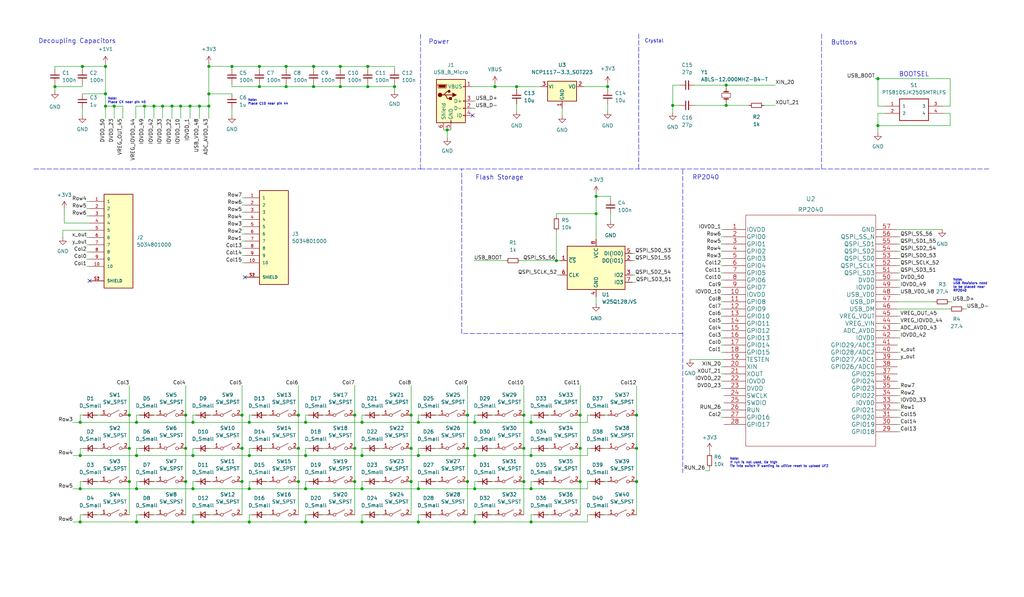
<source format=kicad_sch>
(kicad_sch (version 20211123) (generator eeschema)
  (paper "User" 359.994 210.007)
  (title_block (title "PSU EE 403-Calculator"))
  (junction (at 107.442 148.59))
  (junction (at 157.226 45.72))
  (junction (at 138.684 30.48))
  (junction (at 87.63 183.642))
  (junction (at 236.474 37.084))
  (junction (at 104.902 146.05))
  (junction (at 223.774 146.05))
  (junction (at 186.69 183.642))
  (junction (at 73.406 33.02))
  (junction (at 119.634 30.48))
  (junction (at 85.09 157.734))
  (junction (at 173.99 30.48))
  (junction (at 147.066 171.958))
  (junction (at 87.63 160.274))
  (junction (at 37.084 37.338))
  (junction (at 164.338 146.05))
  (junction (at 195.58 91.694))
  (junction (at 166.878 160.274))
  (junction (at 91.186 23.368))
  (junction (at 60.452 37.338))
  (junction (at 144.526 169.418))
  (junction (at 107.442 160.274))
  (junction (at 107.442 183.642))
  (junction (at 127.254 160.274))
  (junction (at 181.61 30.48))
  (junction (at 127.254 171.958))
  (junction (at 166.878 148.59))
  (junction (at 209.55 75.184))
  (junction (at 308.61 44.196))
  (junction (at 67.818 171.958))
  (junction (at 104.902 169.418))
  (junction (at 104.902 157.734))
  (junction (at 127.254 183.642))
  (junction (at 308.61 27.686))
  (junction (at 28.194 171.958))
  (junction (at 166.878 183.642))
  (junction (at 223.774 169.418))
  (junction (at 19.304 30.48))
  (junction (at 124.714 169.418))
  (junction (at 70.104 37.338))
  (junction (at 124.714 157.734))
  (junction (at 255.27 37.084))
  (junction (at 67.818 148.59))
  (junction (at 28.194 160.274))
  (junction (at 65.278 157.734))
  (junction (at 81.534 23.368))
  (junction (at 147.066 160.274))
  (junction (at 37.084 33.02))
  (junction (at 45.466 146.05))
  (junction (at 100.584 23.368))
  (junction (at 67.818 183.642))
  (junction (at 147.066 148.59))
  (junction (at 28.194 148.59))
  (junction (at 48.006 148.59))
  (junction (at 85.09 169.418))
  (junction (at 45.466 157.734))
  (junction (at 107.442 171.958))
  (junction (at 184.15 146.05))
  (junction (at 73.406 23.368))
  (junction (at 65.278 146.05))
  (junction (at 209.55 69.088))
  (junction (at 203.962 146.05))
  (junction (at 28.956 23.368))
  (junction (at 48.006 171.958))
  (junction (at 166.878 171.958))
  (junction (at 65.278 169.418))
  (junction (at 164.338 169.418))
  (junction (at 129.286 30.48))
  (junction (at 66.802 37.338))
  (junction (at 91.186 30.48))
  (junction (at 28.194 183.642))
  (junction (at 203.962 169.418))
  (junction (at 223.774 157.734))
  (junction (at 144.526 157.734))
  (junction (at 37.084 23.368))
  (junction (at 147.066 183.642))
  (junction (at 213.614 30.48))
  (junction (at 87.63 148.59))
  (junction (at 63.5 37.338))
  (junction (at 45.466 169.418))
  (junction (at 110.236 23.368))
  (junction (at 164.338 157.734))
  (junction (at 87.63 171.958))
  (junction (at 73.406 37.338))
  (junction (at 100.584 30.48))
  (junction (at 184.15 169.418))
  (junction (at 144.526 146.05))
  (junction (at 119.634 23.368))
  (junction (at 40.132 37.338))
  (junction (at 127.254 148.59))
  (junction (at 124.714 146.05))
  (junction (at 186.69 171.958))
  (junction (at 110.236 30.48))
  (junction (at 186.69 148.59))
  (junction (at 255.27 29.972))
  (junction (at 129.286 23.368))
  (junction (at 48.006 160.274))
  (junction (at 48.006 183.642))
  (junction (at 203.962 157.734))
  (junction (at 184.15 157.734))
  (junction (at 57.15 37.338))
  (junction (at 50.8 37.338))
  (junction (at 54.102 37.338))
  (junction (at 85.09 146.05))
  (junction (at 186.69 160.274))
  (junction (at 67.818 160.274))
  (no_connect (at 86.106 97.536))
  (no_connect (at 166.116 40.64))
  (no_connect (at 31.496 98.806))
  (wire (pts (xy 28.194 183.642) (xy 48.006 183.642)))
  (wire (pts (xy 28.956 29.464) (xy 28.956 30.48)))
  (wire (pts (xy 87.63 183.642) (xy 107.442 183.642)))
  (wire (pts (xy 338.836 108.712) (xy 339.852 108.712)))
  (wire (pts (xy 81.534 33.02) (xy 73.406 33.02)))
  (wire (pts (xy 147.066 171.958) (xy 166.878 171.958)))
  (wire (pts (xy 223.774 157.734) (xy 223.774 169.418)))
  (wire (pts (xy 93.726 146.05) (xy 94.742 146.05)))
  (wire (pts (xy 128.27 146.05) (xy 127.254 146.05)))
  (wire (pts (xy 40.132 37.338) (xy 37.084 37.338)))
  (wire (pts (xy 85.09 77.216) (xy 86.106 77.216)))
  (wire (pts (xy 73.914 157.734) (xy 74.93 157.734)))
  (wire (pts (xy 253.492 129.032) (xy 254.508 129.032)))
  (wire (pts (xy 307.594 27.686) (xy 308.61 27.686)))
  (wire (pts (xy 308.61 37.338) (xy 311.15 37.338)))
  (wire (pts (xy 63.5 37.338) (xy 63.5 41.656)))
  (wire (pts (xy 184.15 169.418) (xy 184.15 181.102)))
  (wire (pts (xy 203.962 181.102) (xy 203.962 169.418)))
  (wire (pts (xy 91.186 30.48) (xy 100.584 30.48)))
  (wire (pts (xy 315.468 141.732) (xy 316.484 141.732)))
  (wire (pts (xy 148.082 169.418) (xy 147.066 169.418)))
  (wire (pts (xy 124.714 146.05) (xy 124.714 157.734)))
  (wire (pts (xy 128.27 169.418) (xy 127.254 169.418)))
  (wire (pts (xy 197.612 38.1) (xy 197.612 40.64)))
  (wire (pts (xy 128.27 157.734) (xy 127.254 157.734)))
  (wire (pts (xy 85.09 92.456) (xy 86.106 92.456)))
  (wire (pts (xy 223.774 169.418) (xy 223.774 181.102)))
  (wire (pts (xy 54.102 157.734) (xy 55.118 157.734)))
  (wire (pts (xy 315.468 106.172) (xy 328.676 106.172)))
  (wire (pts (xy 209.55 69.088) (xy 214.63 69.088)))
  (wire (pts (xy 138.684 30.48) (xy 138.684 32.004)))
  (wire (pts (xy 315.468 136.652) (xy 316.484 136.652)))
  (wire (pts (xy 186.69 169.418) (xy 186.69 171.958)))
  (wire (pts (xy 223.774 146.05) (xy 223.774 157.734)))
  (polyline (pts (xy 162.306 117.348) (xy 162.306 59.436)))
  (wire (pts (xy 195.58 81.28) (xy 195.58 91.694)))
  (wire (pts (xy 242.57 126.492) (xy 254.508 126.492)))
  (wire (pts (xy 308.61 27.686) (xy 308.61 37.338)))
  (wire (pts (xy 65.278 157.734) (xy 65.278 146.05)))
  (wire (pts (xy 73.406 23.368) (xy 73.406 33.02)))
  (wire (pts (xy 100.584 23.368) (xy 100.584 24.384)))
  (wire (pts (xy 253.492 90.932) (xy 254.508 90.932)))
  (wire (pts (xy 70.104 37.338) (xy 70.104 41.656)))
  (wire (pts (xy 66.802 37.338) (xy 63.5 37.338)))
  (wire (pts (xy 107.442 181.102) (xy 107.442 183.642)))
  (wire (pts (xy 172.974 146.05) (xy 173.99 146.05)))
  (wire (pts (xy 315.468 85.852) (xy 316.484 85.852)))
  (wire (pts (xy 203.962 157.734) (xy 203.962 146.05)))
  (wire (pts (xy 166.116 38.1) (xy 167.132 38.1)))
  (wire (pts (xy 153.162 146.05) (xy 154.178 146.05)))
  (wire (pts (xy 85.09 74.676) (xy 86.106 74.676)))
  (wire (pts (xy 212.598 169.418) (xy 213.614 169.418)))
  (wire (pts (xy 166.878 171.958) (xy 186.69 171.958)))
  (wire (pts (xy 30.48 91.186) (xy 31.496 91.186)))
  (wire (pts (xy 113.538 146.05) (xy 114.554 146.05)))
  (wire (pts (xy 166.878 160.274) (xy 186.69 160.274)))
  (wire (pts (xy 85.09 69.596) (xy 86.106 69.596)))
  (wire (pts (xy 315.468 103.632) (xy 316.484 103.632)))
  (wire (pts (xy 40.132 37.338) (xy 40.132 41.656)))
  (wire (pts (xy 147.066 181.102) (xy 147.066 183.642)))
  (wire (pts (xy 206.502 157.734) (xy 206.502 160.274)))
  (wire (pts (xy 81.534 30.48) (xy 91.186 30.48)))
  (wire (pts (xy 67.818 146.05) (xy 67.818 148.59)))
  (wire (pts (xy 236.474 37.084) (xy 236.474 39.624)))
  (wire (pts (xy 48.006 169.418) (xy 48.006 171.958)))
  (wire (pts (xy 148.082 181.102) (xy 147.066 181.102)))
  (polyline (pts (xy 224.536 11.938) (xy 224.536 59.436)))
  (wire (pts (xy 28.194 146.05) (xy 28.194 148.59)))
  (wire (pts (xy 29.21 181.102) (xy 28.194 181.102)))
  (wire (pts (xy 315.468 123.952) (xy 316.484 123.952)))
  (wire (pts (xy 48.006 160.274) (xy 67.818 160.274)))
  (wire (pts (xy 244.094 37.084) (xy 255.27 37.084)))
  (wire (pts (xy 203.962 169.418) (xy 203.962 157.734)))
  (wire (pts (xy 253.492 121.412) (xy 254.508 121.412)))
  (wire (pts (xy 315.468 101.092) (xy 316.484 101.092)))
  (wire (pts (xy 253.492 101.092) (xy 254.508 101.092)))
  (wire (pts (xy 253.492 113.792) (xy 254.508 113.792)))
  (wire (pts (xy 236.474 29.972) (xy 236.474 37.084)))
  (wire (pts (xy 334.01 37.338) (xy 334.01 27.686)))
  (wire (pts (xy 54.102 37.338) (xy 50.8 37.338)))
  (wire (pts (xy 127.254 160.274) (xy 147.066 160.274)))
  (wire (pts (xy 333.756 106.172) (xy 334.772 106.172)))
  (wire (pts (xy 73.914 169.418) (xy 74.93 169.418)))
  (wire (pts (xy 147.066 160.274) (xy 166.878 160.274)))
  (wire (pts (xy 209.55 104.394) (xy 209.55 106.934)))
  (wire (pts (xy 315.468 111.252) (xy 316.484 111.252)))
  (wire (pts (xy 127.254 169.418) (xy 127.254 171.958)))
  (wire (pts (xy 67.818 171.958) (xy 87.63 171.958)))
  (wire (pts (xy 222.25 91.694) (xy 223.266 91.694)))
  (wire (pts (xy 181.61 30.48) (xy 189.992 30.48)))
  (wire (pts (xy 192.786 169.418) (xy 193.802 169.418)))
  (wire (pts (xy 186.69 146.05) (xy 186.69 148.59)))
  (wire (pts (xy 37.084 22.352) (xy 37.084 23.368)))
  (wire (pts (xy 182.88 91.694) (xy 195.58 91.694)))
  (wire (pts (xy 186.69 148.59) (xy 206.502 148.59)))
  (wire (pts (xy 255.27 29.972) (xy 272.542 29.972)))
  (wire (pts (xy 49.022 157.734) (xy 48.006 157.734)))
  (wire (pts (xy 93.726 169.418) (xy 94.742 169.418)))
  (polyline (pts (xy 240.03 59.69) (xy 240.03 166.37)))
  (wire (pts (xy 30.48 75.946) (xy 31.496 75.946)))
  (wire (pts (xy 67.818 183.642) (xy 87.63 183.642)))
  (wire (pts (xy 85.09 157.734) (xy 85.09 169.418)))
  (wire (pts (xy 43.18 37.338) (xy 40.132 37.338)))
  (wire (pts (xy 29.21 169.418) (xy 28.194 169.418)))
  (wire (pts (xy 212.598 157.734) (xy 213.614 157.734)))
  (wire (pts (xy 73.406 37.338) (xy 70.104 37.338)))
  (wire (pts (xy 147.066 146.05) (xy 147.066 148.59)))
  (wire (pts (xy 164.338 135.636) (xy 164.338 146.05)))
  (wire (pts (xy 184.15 135.636) (xy 184.15 146.05)))
  (wire (pts (xy 334.01 39.878) (xy 334.01 44.196)))
  (wire (pts (xy 28.194 171.958) (xy 48.006 171.958)))
  (wire (pts (xy 104.902 146.05) (xy 104.902 157.734)))
  (wire (pts (xy 167.894 146.05) (xy 166.878 146.05)))
  (wire (pts (xy 37.084 37.338) (xy 37.084 41.656)))
  (wire (pts (xy 255.27 37.084) (xy 263.398 37.084)))
  (wire (pts (xy 144.526 146.05) (xy 144.526 135.636)))
  (wire (pts (xy 138.684 23.368) (xy 138.684 24.384)))
  (wire (pts (xy 166.878 148.59) (xy 186.69 148.59)))
  (wire (pts (xy 207.518 157.734) (xy 206.502 157.734)))
  (wire (pts (xy 28.956 23.368) (xy 37.084 23.368)))
  (wire (pts (xy 28.956 33.02) (xy 37.084 33.02)))
  (wire (pts (xy 315.468 151.892) (xy 316.484 151.892)))
  (wire (pts (xy 331.47 37.338) (xy 334.01 37.338)))
  (wire (pts (xy 85.09 79.756) (xy 86.106 79.756)))
  (wire (pts (xy 107.442 146.05) (xy 107.442 148.59)))
  (wire (pts (xy 30.48 83.566) (xy 31.496 83.566)))
  (wire (pts (xy 65.278 181.102) (xy 65.278 169.418)))
  (wire (pts (xy 30.48 88.646) (xy 31.496 88.646)))
  (wire (pts (xy 93.726 157.734) (xy 94.742 157.734)))
  (wire (pts (xy 147.066 169.418) (xy 147.066 171.958)))
  (wire (pts (xy 167.894 169.418) (xy 166.878 169.418)))
  (wire (pts (xy 22.098 81.026) (xy 31.496 81.026)))
  (wire (pts (xy 67.818 181.102) (xy 67.818 183.642)))
  (wire (pts (xy 48.006 146.05) (xy 48.006 148.59)))
  (wire (pts (xy 104.902 135.636) (xy 104.902 146.05)))
  (wire (pts (xy 73.406 33.02) (xy 73.406 37.338)))
  (wire (pts (xy 81.534 23.368) (xy 91.186 23.368)))
  (wire (pts (xy 331.47 39.878) (xy 334.01 39.878)))
  (wire (pts (xy 87.63 157.734) (xy 87.63 160.274)))
  (wire (pts (xy 315.468 96.012) (xy 316.484 96.012)))
  (wire (pts (xy 187.706 181.102) (xy 186.69 181.102)))
  (wire (pts (xy 85.09 72.136) (xy 86.106 72.136)))
  (wire (pts (xy 45.466 157.734) (xy 45.466 169.418)))
  (wire (pts (xy 85.09 89.916) (xy 86.106 89.916)))
  (wire (pts (xy 108.458 181.102) (xy 107.442 181.102)))
  (wire (pts (xy 22.606 78.486) (xy 31.496 78.486)))
  (wire (pts (xy 107.442 183.642) (xy 127.254 183.642)))
  (wire (pts (xy 54.102 181.102) (xy 55.118 181.102)))
  (wire (pts (xy 173.99 30.48) (xy 181.61 30.48)))
  (wire (pts (xy 127.254 171.958) (xy 147.066 171.958)))
  (wire (pts (xy 107.442 171.958) (xy 127.254 171.958)))
  (wire (pts (xy 166.878 146.05) (xy 166.878 148.59)))
  (wire (pts (xy 315.468 118.872) (xy 316.484 118.872)))
  (wire (pts (xy 57.15 37.338) (xy 54.102 37.338)))
  (wire (pts (xy 28.194 181.102) (xy 28.194 183.642)))
  (wire (pts (xy 19.304 23.368) (xy 28.956 23.368)))
  (wire (pts (xy 315.468 80.772) (xy 331.216 80.772)))
  (wire (pts (xy 253.492 131.572) (xy 254.508 131.572)))
  (wire (pts (xy 49.022 169.418) (xy 48.006 169.418)))
  (wire (pts (xy 166.624 91.694) (xy 177.8 91.694)))
  (wire (pts (xy 253.492 80.772) (xy 254.508 80.772)))
  (wire (pts (xy 253.492 83.312) (xy 254.508 83.312)))
  (wire (pts (xy 119.634 23.368) (xy 119.634 24.384)))
  (wire (pts (xy 213.614 30.48) (xy 213.614 31.496)))
  (wire (pts (xy 212.598 181.102) (xy 213.614 181.102)))
  (wire (pts (xy 88.646 157.734) (xy 87.63 157.734)))
  (wire (pts (xy 334.01 44.196) (xy 308.61 44.196)))
  (wire (pts (xy 253.492 146.812) (xy 254.508 146.812)))
  (wire (pts (xy 73.406 37.338) (xy 73.406 41.656)))
  (wire (pts (xy 85.09 84.836) (xy 86.106 84.836)))
  (wire (pts (xy 25.654 160.274) (xy 28.194 160.274)))
  (polyline (pts (xy 147.828 59.436) (xy 284.988 59.436)))
  (polyline (pts (xy 240.03 117.348) (xy 162.306 117.348)))
  (wire (pts (xy 239.014 29.972) (xy 236.474 29.972)))
  (wire (pts (xy 70.104 37.338) (xy 66.802 37.338)))
  (polyline (pts (xy 147.828 59.436) (xy 147.828 11.938)))
  (wire (pts (xy 144.526 157.734) (xy 144.526 146.05)))
  (wire (pts (xy 45.466 135.636) (xy 45.466 146.05)))
  (wire (pts (xy 209.55 75.184) (xy 209.55 84.074)))
  (wire (pts (xy 48.006 157.734) (xy 48.006 160.274)))
  (wire (pts (xy 186.69 160.274) (xy 206.502 160.274)))
  (wire (pts (xy 213.614 36.576) (xy 213.614 39.116)))
  (wire (pts (xy 68.834 157.734) (xy 67.818 157.734)))
  (wire (pts (xy 110.236 23.368) (xy 110.236 24.384)))
  (wire (pts (xy 25.654 171.958) (xy 28.194 171.958)))
  (wire (pts (xy 127.254 183.642) (xy 147.066 183.642)))
  (wire (pts (xy 104.902 169.418) (xy 104.902 181.102)))
  (wire (pts (xy 45.466 169.418) (xy 45.466 181.102)))
  (wire (pts (xy 100.584 23.368) (xy 110.236 23.368)))
  (wire (pts (xy 81.534 29.464) (xy 81.534 30.48)))
  (wire (pts (xy 133.35 181.102) (xy 134.366 181.102)))
  (wire (pts (xy 315.468 113.792) (xy 316.484 113.792)))
  (wire (pts (xy 195.834 96.774) (xy 196.85 96.774)))
  (wire (pts (xy 236.474 37.084) (xy 239.014 37.084)))
  (wire (pts (xy 315.468 90.932) (xy 316.484 90.932)))
  (wire (pts (xy 129.286 30.48) (xy 138.684 30.48)))
  (wire (pts (xy 129.286 29.464) (xy 129.286 30.48)))
  (wire (pts (xy 73.406 22.352) (xy 73.406 23.368)))
  (wire (pts (xy 148.082 157.734) (xy 147.066 157.734)))
  (wire (pts (xy 315.468 146.812) (xy 316.484 146.812)))
  (wire (pts (xy 133.35 146.05) (xy 134.366 146.05)))
  (wire (pts (xy 110.236 29.464) (xy 110.236 30.48)))
  (wire (pts (xy 253.492 134.112) (xy 254.508 134.112)))
  (wire (pts (xy 222.25 99.314) (xy 223.52 99.314)))
  (wire (pts (xy 63.5 37.338) (xy 60.452 37.338)))
  (wire (pts (xy 308.61 44.196) (xy 308.61 46.736)))
  (wire (pts (xy 186.69 181.102) (xy 186.69 183.642)))
  (wire (pts (xy 48.006 183.642) (xy 67.818 183.642)))
  (wire (pts (xy 144.526 169.418) (xy 144.526 157.734)))
  (wire (pts (xy 315.468 139.192) (xy 316.484 139.192)))
  (wire (pts (xy 25.654 148.59) (xy 28.194 148.59)))
  (wire (pts (xy 164.338 146.05) (xy 164.338 157.734)))
  (wire (pts (xy 67.818 160.274) (xy 87.63 160.274)))
  (wire (pts (xy 65.278 169.418) (xy 65.278 157.734)))
  (wire (pts (xy 108.458 146.05) (xy 107.442 146.05)))
  (wire (pts (xy 30.48 73.406) (xy 31.496 73.406)))
  (wire (pts (xy 192.786 146.05) (xy 193.802 146.05)))
  (wire (pts (xy 60.452 37.338) (xy 60.452 41.656)))
  (wire (pts (xy 108.458 157.734) (xy 107.442 157.734)))
  (wire (pts (xy 253.492 85.852) (xy 254.508 85.852)))
  (wire (pts (xy 253.492 98.552) (xy 254.508 98.552)))
  (wire (pts (xy 57.15 37.338) (xy 57.15 41.656)))
  (wire (pts (xy 206.502 169.418) (xy 206.502 171.958)))
  (wire (pts (xy 166.116 35.56) (xy 167.132 35.56)))
  (wire (pts (xy 181.61 36.576) (xy 181.61 39.116)))
  (wire (pts (xy 87.63 160.274) (xy 107.442 160.274)))
  (wire (pts (xy 49.022 181.102) (xy 48.006 181.102)))
  (wire (pts (xy 253.492 108.712) (xy 254.508 108.712)))
  (wire (pts (xy 87.63 146.05) (xy 87.63 148.59)))
  (wire (pts (xy 30.48 70.866) (xy 31.496 70.866)))
  (wire (pts (xy 192.786 157.734) (xy 193.802 157.734)))
  (wire (pts (xy 133.35 157.734) (xy 134.366 157.734)))
  (wire (pts (xy 29.21 146.05) (xy 28.194 146.05)))
  (wire (pts (xy 164.338 169.418) (xy 164.338 181.102)))
  (wire (pts (xy 255.27 29.972) (xy 255.27 30.988)))
  (wire (pts (xy 186.69 171.958) (xy 206.502 171.958)))
  (wire (pts (xy 147.066 183.642) (xy 166.878 183.642)))
  (wire (pts (xy 214.63 69.088) (xy 214.63 70.104)))
  (wire (pts (xy 255.27 36.068) (xy 255.27 37.084)))
  (wire (pts (xy 315.468 83.312) (xy 316.484 83.312)))
  (wire (pts (xy 128.27 181.102) (xy 127.254 181.102)))
  (wire (pts (xy 34.29 157.734) (xy 35.306 157.734)))
  (wire (pts (xy 166.878 157.734) (xy 166.878 160.274)))
  (wire (pts (xy 49.022 146.05) (xy 48.006 146.05)))
  (wire (pts (xy 34.29 146.05) (xy 35.306 146.05)))
  (wire (pts (xy 66.802 37.338) (xy 66.802 41.656)))
  (wire (pts (xy 30.48 93.726) (xy 31.496 93.726)))
  (wire (pts (xy 19.304 23.368) (xy 19.304 24.384)))
  (wire (pts (xy 45.466 146.05) (xy 45.466 157.734)))
  (wire (pts (xy 213.614 29.464) (xy 213.614 30.48)))
  (wire (pts (xy 253.492 88.392) (xy 254.508 88.392)))
  (wire (pts (xy 222.25 96.774) (xy 223.266 96.774)))
  (wire (pts (xy 127.254 181.102) (xy 127.254 183.642)))
  (wire (pts (xy 203.962 146.05) (xy 203.962 135.636)))
  (wire (pts (xy 119.634 23.368) (xy 129.286 23.368)))
  (wire (pts (xy 207.518 146.05) (xy 206.502 146.05)))
  (wire (pts (xy 87.63 148.59) (xy 107.442 148.59)))
  (wire (pts (xy 184.15 146.05) (xy 184.15 157.734)))
  (wire (pts (xy 207.518 169.418) (xy 206.502 169.418)))
  (wire (pts (xy 81.534 38.1) (xy 81.534 40.64)))
  (wire (pts (xy 85.09 169.418) (xy 85.09 181.102)))
  (wire (pts (xy 108.458 169.418) (xy 107.442 169.418)))
  (wire (pts (xy 124.714 135.636) (xy 124.714 146.05)))
  (wire (pts (xy 87.63 169.418) (xy 87.63 171.958)))
  (wire (pts (xy 249.428 158.496) (xy 249.428 159.512)))
  (wire (pts (xy 119.634 30.48) (xy 129.286 30.48)))
  (wire (pts (xy 209.55 69.088) (xy 209.55 75.184)))
  (wire (pts (xy 47.752 37.338) (xy 47.752 41.656)))
  (wire (pts (xy 334.01 27.686) (xy 308.61 27.686)))
  (wire (pts (xy 153.162 157.734) (xy 154.178 157.734)))
  (wire (pts (xy 129.286 23.368) (xy 138.684 23.368)))
  (wire (pts (xy 73.914 146.05) (xy 74.93 146.05)))
  (wire (pts (xy 253.492 103.632) (xy 254.508 103.632)))
  (wire (pts (xy 315.468 93.472) (xy 316.484 93.472)))
  (wire (pts (xy 50.8 37.338) (xy 47.752 37.338)))
  (wire (pts (xy 173.99 29.464) (xy 173.99 30.48)))
  (wire (pts (xy 28.194 148.59) (xy 48.006 148.59)))
  (wire (pts (xy 315.468 88.392) (xy 316.484 88.392)))
  (wire (pts (xy 166.116 30.48) (xy 173.99 30.48)))
  (wire (pts (xy 31.496 86.106) (xy 30.48 86.106)))
  (wire (pts (xy 253.492 106.172) (xy 254.508 106.172)))
  (wire (pts (xy 48.006 171.958) (xy 67.818 171.958)))
  (wire (pts (xy 158.496 45.72) (xy 157.226 45.72)))
  (wire (pts (xy 104.902 157.734) (xy 104.902 169.418)))
  (wire (pts (xy 153.162 169.418) (xy 154.178 169.418)))
  (wire (pts (xy 73.914 181.102) (xy 74.93 181.102)))
  (wire (pts (xy 133.35 169.418) (xy 134.366 169.418)))
  (wire (pts (xy 153.162 181.102) (xy 154.178 181.102)))
  (wire (pts (xy 34.29 169.418) (xy 35.306 169.418)))
  (wire (pts (xy 186.69 157.734) (xy 186.69 160.274)))
  (wire (pts (xy 147.066 148.59) (xy 166.878 148.59)))
  (wire (pts (xy 73.406 23.368) (xy 81.534 23.368)))
  (wire (pts (xy 100.584 29.464) (xy 100.584 30.48)))
  (wire (pts (xy 68.834 181.102) (xy 67.818 181.102)))
  (wire (pts (xy 167.894 157.734) (xy 166.878 157.734)))
  (wire (pts (xy 147.066 157.734) (xy 147.066 160.274)))
  (wire (pts (xy 91.186 23.368) (xy 100.584 23.368)))
  (wire (pts (xy 187.706 169.418) (xy 186.69 169.418)))
  (wire (pts (xy 124.714 157.734) (xy 124.714 169.418)))
  (wire (pts (xy 206.502 146.05) (xy 206.502 148.59)))
  (wire (pts (xy 85.09 82.296) (xy 86.106 82.296)))
  (wire (pts (xy 253.492 116.332) (xy 254.508 116.332)))
  (wire (pts (xy 155.956 45.72) (xy 157.226 45.72)))
  (wire (pts (xy 110.236 23.368) (xy 119.634 23.368)))
  (wire (pts (xy 172.974 157.734) (xy 173.99 157.734)))
  (wire (pts (xy 244.094 29.972) (xy 255.27 29.972)))
  (wire (pts (xy 315.468 98.552) (xy 316.484 98.552)))
  (wire (pts (xy 315.468 108.712) (xy 333.756 108.712)))
  (wire (pts (xy 28.956 23.368) (xy 28.956 24.384)))
  (wire (pts (xy 113.538 169.418) (xy 114.554 169.418)))
  (wire (pts (xy 54.102 169.418) (xy 55.118 169.418)))
  (wire (pts (xy 253.492 144.272) (xy 254.508 144.272)))
  (wire (pts (xy 28.956 38.1) (xy 28.956 40.64)))
  (polyline (pts (xy 11.938 59.436) (xy 147.828 59.436)))
  (wire (pts (xy 37.084 23.368) (xy 37.084 33.02)))
  (wire (pts (xy 157.226 45.72) (xy 157.226 48.514)))
  (wire (pts (xy 209.55 68.072) (xy 209.55 69.088)))
  (wire (pts (xy 67.818 148.59) (xy 87.63 148.59)))
  (wire (pts (xy 22.606 73.406) (xy 22.606 78.486)))
  (wire (pts (xy 127.254 146.05) (xy 127.254 148.59)))
  (wire (pts (xy 166.878 183.642) (xy 186.69 183.642)))
  (wire (pts (xy 85.09 135.636) (xy 85.09 146.05)))
  (wire (pts (xy 113.538 181.102) (xy 114.554 181.102)))
  (wire (pts (xy 88.646 169.418) (xy 87.63 169.418)))
  (wire (pts (xy 207.518 181.102) (xy 206.502 181.102)))
  (wire (pts (xy 28.194 160.274) (xy 48.006 160.274)))
  (wire (pts (xy 25.654 183.642) (xy 28.194 183.642)))
  (wire (pts (xy 164.338 157.734) (xy 164.338 169.418)))
  (wire (pts (xy 223.774 135.636) (xy 223.774 146.05)))
  (wire (pts (xy 268.478 37.084) (xy 272.542 37.084)))
  (wire (pts (xy 181.61 30.48) (xy 181.61 31.496)))
  (wire (pts (xy 91.186 23.368) (xy 91.186 24.384)))
  (wire (pts (xy 43.18 41.656) (xy 43.18 37.338)))
  (wire (pts (xy 166.878 169.418) (xy 166.878 171.958)))
  (wire (pts (xy 107.442 160.274) (xy 127.254 160.274)))
  (wire (pts (xy 214.63 75.184) (xy 214.63 77.724)))
  (wire (pts (xy 222.25 89.154) (xy 223.266 89.154)))
  (wire (pts (xy 249.428 164.592) (xy 249.428 165.608)))
  (wire (pts (xy 148.082 146.05) (xy 147.066 146.05)))
  (wire (pts (xy 172.974 169.418) (xy 173.99 169.418)))
  (wire (pts (xy 129.286 23.368) (xy 129.286 24.384)))
  (wire (pts (xy 315.468 116.332) (xy 316.484 116.332)))
  (wire (pts (xy 187.706 157.734) (xy 186.69 157.734)))
  (wire (pts (xy 48.006 148.59) (xy 67.818 148.59)))
  (wire (pts (xy 28.194 169.418) (xy 28.194 171.958)))
  (wire (pts (xy 247.904 165.608) (xy 249.428 165.608)))
  (wire (pts (xy 107.442 148.59) (xy 127.254 148.59)))
  (wire (pts (xy 172.974 181.102) (xy 173.99 181.102)))
  (wire (pts (xy 19.304 29.464) (xy 19.304 30.48)))
  (wire (pts (xy 81.534 23.368) (xy 81.534 24.384)))
  (wire (pts (xy 187.706 146.05) (xy 186.69 146.05)))
  (polyline (pts (xy 288.798 11.938) (xy 288.798 59.436)))
  (wire (pts (xy 100.584 30.48) (xy 110.236 30.48)))
  (wire (pts (xy 67.818 169.418) (xy 67.818 171.958)))
  (wire (pts (xy 29.21 157.734) (xy 28.194 157.734)))
  (wire (pts (xy 28.956 30.48) (xy 19.304 30.48)))
  (wire (pts (xy 195.58 76.2) (xy 195.58 75.184)))
  (wire (pts (xy 315.468 144.272) (xy 316.484 144.272)))
  (wire (pts (xy 37.084 33.02) (xy 37.084 37.338)))
  (wire (pts (xy 107.442 169.418) (xy 107.442 171.958)))
  (wire (pts (xy 87.63 181.102) (xy 87.63 183.642)))
  (wire (pts (xy 65.278 146.05) (xy 65.278 135.636)))
  (wire (pts (xy 253.492 136.652) (xy 254.508 136.652)))
  (wire (pts (xy 127.254 157.734) (xy 127.254 160.274)))
  (wire (pts (xy 253.492 111.252) (xy 254.508 111.252)))
  (wire (pts (xy 308.61 39.878) (xy 308.61 44.196)))
  (wire (pts (xy 212.598 146.05) (xy 213.614 146.05)))
  (wire (pts (xy 93.726 181.102) (xy 94.742 181.102)))
  (wire (pts (xy 315.468 149.352) (xy 316.484 149.352)))
  (wire (pts (xy 50.8 37.338) (xy 50.8 41.656)))
  (wire (pts (xy 28.194 157.734) (xy 28.194 160.274)))
  (wire (pts (xy 253.492 123.952) (xy 254.508 123.952)))
  (wire (pts (xy 68.834 146.05) (xy 67.818 146.05)))
  (wire (pts (xy 22.098 81.026) (xy 22.098 83.566)))
  (wire (pts (xy 54.102 146.05) (xy 55.118 146.05)))
  (wire (pts (xy 308.61 39.878) (xy 311.15 39.878)))
  (wire (pts (xy 48.006 181.102) (xy 48.006 183.642)))
  (wire (pts (xy 253.492 118.872) (xy 254.508 118.872)))
  (wire (pts (xy 91.186 29.464) (xy 91.186 30.48)))
  (wire (pts (xy 186.69 183.642) (xy 206.502 183.642)))
  (wire (pts (xy 119.634 29.464) (xy 119.634 30.48)))
  (wire (pts (xy 206.502 181.102) (xy 206.502 183.642)))
  (wire (pts (xy 34.29 181.102) (xy 35.306 181.102)))
  (wire (pts (xy 67.818 157.734) (xy 67.818 160.274)))
  (wire (pts (xy 138.684 30.48) (xy 138.684 29.464)))
  (wire (pts (xy 253.492 96.012) (xy 254.508 96.012)))
  (wire (pts (xy 315.468 126.492) (xy 316.484 126.492)))
  (wire (pts (xy 87.63 171.958) (xy 107.442 171.958)))
  (wire (pts (xy 88.646 181.102) (xy 87.63 181.102)))
  (wire (pts (xy 166.878 181.102) (xy 166.878 183.642)))
  (wire (pts (xy 88.646 146.05) (xy 87.63 146.05)))
  (wire (pts (xy 253.492 93.472) (xy 254.508 93.472)))
  (wire (pts (xy 85.09 146.05) (xy 85.09 157.734)))
  (wire (pts (xy 85.09 87.376) (xy 86.106 87.376)))
  (wire (pts (xy 144.526 181.102) (xy 144.526 169.418)))
  (wire (pts (xy 195.58 75.184) (xy 209.55 75.184)))
  (polyline (pts (xy 284.226 59.436) (xy 347.98 59.436)))
  (wire (pts (xy 54.102 37.338) (xy 54.102 41.656)))
  (wire (pts (xy 110.236 30.48) (xy 119.634 30.48)))
  (wire (pts (xy 205.232 30.48) (xy 213.614 30.48)))
  (wire (pts (xy 127.254 148.59) (xy 147.066 148.59)))
  (wire (pts (xy 184.15 157.734) (xy 184.15 169.418)))
  (wire (pts (xy 19.304 30.48) (xy 19.304 32.004)))
  (wire (pts (xy 167.894 181.102) (xy 166.878 181.102)))
  (wire (pts (xy 68.834 169.418) (xy 67.818 169.418)))
  (wire (pts (xy 124.714 169.418) (xy 124.714 181.102)))
  (wire (pts (xy 195.58 91.694) (xy 196.85 91.694)))
  (wire (pts (xy 192.786 181.102) (xy 193.802 181.102)))
  (wire (pts (xy 60.452 37.338) (xy 57.15 37.338)))
  (wire (pts (xy 107.442 157.734) (xy 107.442 160.274)))
  (wire (pts (xy 113.538 157.734) (xy 114.554 157.734)))
  (text "Note:\nIf run is not used, tie high\nTie into switch if wanting to utilize reset to upload UF2\n" (at 256.54 164.592 0) (effects (font (size 0.8 0.8)) (justify left bottom)))
  (text "Crystal\n" (at 226.568 15.24 0) (effects (font (size 1.27 1.27)) (justify left bottom)))
  (text "Note:\nPlace C10 near pin 44" (at 87.122 37.084 0) (effects (font (size 0.8 0.8)) (justify left bottom)))
  (text "Note:\nPlace CX near pin 45" (at 37.846 36.576 0) (effects (font (size 0.8 0.8)) (justify left bottom)))
  (text "BOOTSEL" (at 315.976 27.178 0) (effects (font (size 1.6 1.6)) (justify left bottom)))
  (text "Buttons" (at 292.1 16.002 0) (effects (font (size 1.6 1.6)) (justify left bottom)))
  (text "Decoupling Capacitors\n" (at 13.462 15.494 0) (effects (font (size 1.6 1.6)) (justify left bottom)))
  (text "Power\n" (at 150.622 15.748 0) (effects (font (size 1.6 1.6)) (justify left bottom)))
  (text "Button List:\nFull QWERTY Keys (FINISHED)\nNUM Pad Keys    \nAddition\nSubtraction\nDivide \nMultiplication\nEquals\n\n" (at -70.612 24.13 0) (effects (font (size 2.6 2.6)) (justify left bottom)))
  (text "Flash Storage\n" (at 167.132 63.5 0) (effects (font (size 1.6 1.6)) (justify left bottom)))
  (text "Note:\nUSB Resistors need \nto be placed near \nRP2040\n" (at 335.026 102.87 0) (effects (font (size 0.8 0.8)) (justify left bottom)))
  (text "RP2040\n\n" (at 243.332 66.04 0) (effects (font (size 1.6 1.6)) (justify left bottom)))
  (label "IOVDD_49" (at 316.484 101.092 0))
  (label "Col3" (at 45.466 135.636 180))
  (label "y_out" (at 30.48 86.106 180))
  (label "Row5" (at 25.654 171.958 180))
  (label "IOVDD_42" (at 54.102 41.656 270))
  (label "QSPI_SS_56" (at 183.896 91.694 0))
  (label "Col9" (at 253.492 101.092 180))
  (label "Col12" (at 253.492 93.472 180))
  (label "Row4" (at 253.492 88.392 180))
  (label "Row3" (at 253.492 90.932 180))
  (label "Col10" (at 184.15 135.636 180))
  (label "Row3" (at 25.654 148.59 180))
  (label "IOVDD_22" (at 253.492 134.112 180))
  (label "Col4" (at 65.278 135.636 180))
  (label "Row7" (at 316.484 136.652 0))
  (label "QSPI_SS_56" (at 316.484 83.312 0))
  (label "Col6" (at 104.902 135.636 180))
  (label "USB_D+" (at 167.132 35.56 0))
  (label "Col8" (at 144.526 135.636 180))
  (label "QSPI_SD0_53" (at 223.266 89.154 0))
  (label "QSPI_SD2_54" (at 223.266 96.774 0))
  (label "RUN_26" (at 253.492 144.272 180))
  (label "Row5" (at 253.492 85.852 180))
  (label "QSPI_SD1_55" (at 223.266 91.694 0))
  (label "USB_D+" (at 334.772 106.172 0))
  (label "Col7" (at 124.714 135.636 180))
  (label "Row3" (at 85.09 79.756 180))
  (label "IOVDD_49" (at 50.8 41.656 270))
  (label "Col4" (at 253.492 116.332 180))
  (label "USB_D-" (at 167.132 38.1 0))
  (label "Col2" (at 30.48 88.646 180))
  (label "USB_BOOT" (at 166.624 91.694 0))
  (label "Col1" (at 253.492 123.952 180))
  (label "IOVDD_1" (at 253.492 80.772 180))
  (label "Row2" (at 85.09 82.296 180))
  (label "Row5" (at 85.09 74.676 180))
  (label "RUN_26" (at 247.904 165.608 180))
  (label "Col7" (at 253.492 108.712 180))
  (label "IOVDD_42" (at 316.484 118.872 0))
  (label "QSPI_SCLK_52" (at 316.484 93.472 0))
  (label "Col14" (at 85.09 89.916 180))
  (label "x_out" (at 30.48 83.566 180))
  (label "Col0" (at 253.492 121.412 180))
  (label "Row7" (at 85.09 69.596 180))
  (label "USB_BOOT" (at 307.594 27.686 180))
  (label "Col9" (at 164.338 135.636 180))
  (label "Col8" (at 253.492 106.172 180))
  (label "VREG_IOVDD_44" (at 316.484 113.792 0))
  (label "Col11" (at 203.962 135.636 180))
  (label "Col15" (at 85.09 92.456 180))
  (label "XIN_20" (at 272.542 29.972 0))
  (label "Row6" (at 85.09 72.136 180))
  (label "Col6" (at 253.492 111.252 180))
  (label "IOVDD_33" (at 57.15 41.656 270))
  (label "IOVDD_10" (at 63.5 41.656 270))
  (label "XOUT_21" (at 253.492 131.572 180))
  (label "Col2" (at 253.492 146.812 180))
  (label "Col3" (at 253.492 118.872 180))
  (label "Row1" (at 85.09 84.836 180))
  (label "Col0" (at 30.48 91.186 180))
  (label "y_out" (at 316.484 126.492 0))
  (label "Row2" (at 316.484 139.192 0))
  (label "XIN_20" (at 253.492 129.032 180))
  (label "DVDD_50" (at 316.484 98.552 0))
  (label "QSPI_SD1_55" (at 316.484 85.852 0))
  (label "Row4" (at 25.654 160.274 180))
  (label "ADC_AVDD_43" (at 73.406 41.656 270))
  (label "VREG_IOVDD_44" (at 47.752 41.656 270))
  (label "Col11" (at 253.492 96.012 180))
  (label "QSPI_SCLK_52" (at 195.834 96.774 180))
  (label "DVDD_23" (at 40.132 41.656 270))
  (label "IOVDD_22" (at 60.452 41.656 270))
  (label "QSPI_SD0_53" (at 316.484 90.932 0))
  (label "QSPI_SD3_51" (at 316.484 96.012 0))
  (label "Col15" (at 316.484 146.812 0))
  (label "DVDD_23" (at 253.492 136.652 180))
  (label "Col13" (at 85.09 87.376 180))
  (label "Row6" (at 253.492 83.312 180))
  (label "Row1" (at 316.484 144.272 0))
  (label "Row5" (at 30.48 73.406 180))
  (label "QSPI_SD2_54" (at 316.484 88.392 0))
  (label "IOVDD_1" (at 66.802 41.656 270))
  (label "Col10" (at 253.492 98.552 180))
  (label "Col12" (at 223.774 135.636 180))
  (label "QSPI_SD3_51" (at 223.52 99.314 0))
  (label "IOVDD_10" (at 253.492 103.632 180))
  (label "DVDD_50" (at 37.084 41.656 270))
  (label "Row6" (at 25.654 183.642 180))
  (label "USB_VDD_48" (at 70.104 41.656 270))
  (label "Col5" (at 85.09 135.636 180))
  (label "VREG_OUT_45" (at 43.18 41.656 270))
  (label "VREG_OUT_45" (at 316.484 111.252 0))
  (label "IOVDD_33" (at 316.484 141.732 0))
  (label "Col13" (at 316.484 151.892 0))
  (label "Col1" (at 30.48 93.726 180))
  (label "Col5" (at 253.492 113.792 180))
  (label "Row6" (at 30.48 75.946 180))
  (label "Col14" (at 316.484 149.352 0))
  (label "XOUT_21" (at 272.542 37.084 0))
  (label "Row4" (at 30.48 70.866 180))
  (label "USB_D-" (at 339.852 108.712 0))
  (label "ADC_AVDD_43" (at 316.484 116.332 0))
  (label "x_out" (at 316.484 123.952 0))
  (label "USB_VDD_48" (at 316.484 103.632 0))
  (label "Row4" (at 85.09 77.216 180))
  (symbol (lib_id "Device:D_Small") (at 51.562 157.734 0) (unit 1)
    (property "Reference" "D6" (at 51.562 151.892 0))
    (property "Value" "D_Small" (at 51.562 154.432 0))
    (property "Footprint" "Diode_SMD:D_SOD-123" (effects hide))
  )
  (symbol (lib_id "power:GND") (at 22.098 83.566 0) (unit 1)
    (property "Reference" "#PWR0121" (effects hide))
    (property "Value" "GND" (at 22.098 88.392 0))
  )
  (symbol (lib_id "power:GND") (at 236.474 39.624 0) (unit 1)
    (property "Reference" "#PWR0115" (effects hide))
    (property "Value" "GND" (at 236.474 44.704 0))
  )
  (symbol (lib_id "Switch:SW_SPST") (at 139.446 157.734 0) (unit 1)
    (property "Reference" "SW22" (at 139.446 150.622 0))
    (property "Value" "SW_SPST" (at 139.446 153.162 0))
    (property "Footprint" "KSA1M331LFT_Footprint:KSA1M331LFT" (effects hide))
  )
  (symbol (lib_id "Device:D_Small") (at 170.434 157.734 0) (unit 1)
    (property "Reference" "D30" (at 170.434 151.892 0))
    (property "Value" "D_Small" (at 170.434 154.432 0))
    (property "Footprint" "Diode_SMD:D_SOD-123" (effects hide))
  )
  (symbol (lib_id "Device:D_Small") (at 190.246 157.734 0) (unit 1)
    (property "Reference" "D34" (at 190.246 151.892 0))
    (property "Value" "D_Small" (at 190.246 154.432 0))
    (property "Footprint" "Diode_SMD:D_SOD-123" (effects hide))
  )
  (symbol (lib_id "Device:C_Small") (at 100.584 26.924 0) (unit 1)
    (property "Reference" "C8" (at 103.124 25.6602 0) (effects (justify left)))
    (property "Value" "100n" (at 103.124 28.2002 0) (effects (justify left)))
    (property "Footprint" "Capacitor_SMD:C_0402_1005Metric_Pad0.74x0.62mm_HandSolder" (effects hide))
  )
  (symbol (lib_id "Device:D_Small") (at 110.998 181.102 0) (unit 1)
    (property "Reference" "D20" (at 110.998 175.26 0))
    (property "Value" "D_Small" (at 110.998 177.8 0))
    (property "Footprint" "Diode_SMD:D_SOD-123" (effects hide))
  )
  (symbol (lib_id "Device:C_Small") (at 214.63 72.644 0) (unit 1)
    (property "Reference" "C4" (at 217.17 71.3802 0) (effects (justify left)))
    (property "Value" "100n" (at 217.17 73.9202 0) (effects (justify left)))
    (property "Footprint" "Capacitor_SMD:C_0402_1005Metric_Pad0.74x0.62mm_HandSolder" (effects hide))
  )
  (symbol (lib_id "power:GND") (at 209.55 106.934 0) (unit 1)
    (property "Reference" "#PWR0102" (effects hide))
    (property "Value" "GND" (at 209.55 112.014 0))
  )
  (symbol (lib_id "Device:D_Small") (at 150.622 157.734 0) (unit 1)
    (property "Reference" "D26" (at 150.622 151.892 0))
    (property "Value" "D_Small" (at 150.622 154.432 0))
    (property "Footprint" "Diode_SMD:D_SOD-123" (effects hide))
  )
  (symbol (lib_id "Device:D_Small") (at 71.374 157.734 0) (unit 1)
    (property "Reference" "D10" (at 71.374 151.892 0))
    (property "Value" "D_Small" (at 71.374 154.432 0))
    (property "Footprint" "Diode_SMD:D_SOD-123" (effects hide))
  )
  (symbol (lib_id "Device:C_Small") (at 181.61 34.036 0) (unit 1)
    (property "Reference" "C13" (at 184.15 32.7722 0) (effects (justify left)))
    (property "Value" "10u" (at 184.15 35.3122 0) (effects (justify left)))
    (property "Footprint" "Capacitor_SMD:C_0805_2012Metric_Pad1.18x1.45mm_HandSolder" (effects hide))
  )
  (symbol (lib_id "Device:D_Small") (at 110.998 157.734 0) (unit 1)
    (property "Reference" "D18" (at 110.998 151.892 0))
    (property "Value" "D_Small" (at 110.998 154.432 0))
    (property "Footprint" "Diode_SMD:D_SOD-123" (effects hide))
  )
  (symbol (lib_id "Switch:SW_SPST") (at 139.446 169.418 0) (unit 1)
    (property "Reference" "SW23" (at 139.446 162.306 0))
    (property "Value" "SW_SPST" (at 139.446 164.846 0))
    (property "Footprint" "KSA1M331LFT_Footprint:KSA1M331LFT" (effects hide))
  )
  (symbol (lib_id "Switch:SW_SPST") (at 119.634 181.102 0) (unit 1)
    (property "Reference" "SW20" (at 119.634 173.99 0))
    (property "Value" "SW_SPST" (at 119.634 176.53 0))
    (property "Footprint" "KSA1M331LFT_Footprint:KSA1M331LFT" (effects hide))
  )
  (symbol (lib_id "Device:C_Small") (at 19.304 26.924 0) (unit 1)
    (property "Reference" "C1" (at 21.844 25.6602 0) (effects (justify left)))
    (property "Value" "100n" (at 21.844 28.2002 0) (effects (justify left)))
    (property "Footprint" "Capacitor_SMD:C_0402_1005Metric_Pad0.74x0.62mm_HandSolder" (effects hide))
  )
  (symbol (lib_id "Memory_Flash:W25Q128JVS") (at 209.55 94.234 0) (unit 1)
    (property "Reference" "U1" (at 211.582 103.632 0) (effects (justify left)))
    (property "Value" "W25Q128JVS" (at 211.582 106.172 0) (effects (justify left)))
    (property "Footprint" "Package_SO:SOIC-8_5.23x5.23mm_P1.27mm" (effects hide))
    (property "Datasheet" "http://www.winbond.com/resource-files/w25q128jv_dtr%20revc%2003272018%20plus.pdf" (effects hide))
  )
  (symbol (lib_id "Device:R_Small") (at 180.34 91.694 90) (unit 1)
    (property "Reference" "R1" (at 180.34 85.344 90))
    (property "Value" "1k" (at 180.34 87.884 90))
    (property "Footprint" "Resistor_SMD:R_0402_1005Metric_Pad0.72x0.64mm_HandSolder" (effects hide))
  )
  (symbol (lib_id "5034801000:5034801000") (at 96.266 84.836 0) (unit 1)
    (property "Reference" "J3" (at 102.616 82.2959 0) (effects (justify left)))
    (property "Value" "5034801000" (at 102.616 84.8359 0) (effects (justify left)))
    (property "Footprint" "5034801000:MOLEX_5034801000" (effects hide))
    (property "MANUFACTURER" "MOLEX" (effects hide))
    (property "STANDARD" "Manufacturer Recommendation" (effects hide))
    (property "PARTREV" "H" (effects hide))
  )
  (symbol (lib_id "Device:R_Small") (at 331.216 106.172 90) (unit 1)
    (property "Reference" "R3" (at 331.216 100.076 90))
    (property "Value" "27.4" (at 331.216 102.616 90))
    (property "Footprint" "Resistor_SMD:R_0402_1005Metric_Pad0.72x0.64mm_HandSolder" (effects hide))
  )
  (symbol (lib_id "Device:D_Small") (at 110.998 169.418 0) (unit 1)
    (property "Reference" "D19" (at 110.998 163.576 0))
    (property "Value" "D_Small" (at 110.998 166.116 0))
    (property "Footprint" "Diode_SMD:D_SOD-123" (effects hide))
  )
  (symbol (lib_id "Switch:SW_SPST") (at 218.694 146.05 0) (unit 1)
    (property "Reference" "SW37" (at 218.694 138.938 0))
    (property "Value" "SW_SPST" (at 218.694 141.478 0))
    (property "Footprint" "KSA1M331LFT_Footprint:KSA1M331LFT" (effects hide))
  )
  (symbol (lib_id "power:GND") (at 81.534 40.64 0) (unit 1)
    (property "Reference" "#PWR0109" (effects hide))
    (property "Value" "GND" (at 81.534 45.466 0))
  )
  (symbol (lib_id "Device:D_Small") (at 210.058 146.05 0) (unit 1)
    (property "Reference" "D37" (at 210.058 140.208 0))
    (property "Value" "D_Small" (at 210.058 142.748 0))
    (property "Footprint" "Diode_SMD:D_SOD-123" (effects hide))
  )
  (symbol (lib_id "power:GND") (at 19.304 32.004 0) (unit 1)
    (property "Reference" "#PWR0103" (effects hide))
    (property "Value" "GND" (at 19.304 37.592 0))
  )
  (symbol (lib_id "Device:C_Small") (at 119.634 26.924 0) (unit 1)
    (property "Reference" "C10" (at 122.174 25.6602 0) (effects (justify left)))
    (property "Value" "100n" (at 122.174 28.2002 0) (effects (justify left)))
    (property "Footprint" "Capacitor_SMD:C_0402_1005Metric_Pad0.74x0.62mm_HandSolder" (effects hide))
  )
  (symbol (lib_id "Switch:SW_SPST") (at 218.694 169.418 0) (unit 1)
    (property "Reference" "SW39" (at 218.694 162.306 0))
    (property "Value" "SW_SPST" (at 218.694 164.846 0))
    (property "Footprint" "KSA1M331LFT_Footprint:KSA1M331LFT" (effects hide))
  )
  (symbol (lib_id "Switch:SW_SPST") (at 159.258 146.05 0) (unit 1)
    (property "Reference" "SW25" (at 159.258 138.938 0))
    (property "Value" "SW_SPST" (at 159.258 141.478 0))
    (property "Footprint" "KSA1M331LFT_Footprint:KSA1M331LFT" (effects hide))
  )
  (symbol (lib_id "power:GND") (at 331.216 80.772 0) (unit 1)
    (property "Reference" "#PWR0108" (effects hide))
    (property "Value" "GND" (at 331.216 85.852 0))
  )
  (symbol (lib_id "power:GND") (at 214.63 77.724 0) (unit 1)
    (property "Reference" "#PWR0106" (effects hide))
    (property "Value" "GND" (at 214.63 82.804 0))
  )
  (symbol (lib_id "Device:D_Small") (at 170.434 169.418 0) (unit 1)
    (property "Reference" "D31" (at 170.434 163.576 0))
    (property "Value" "D_Small" (at 170.434 166.116 0))
    (property "Footprint" "Diode_SMD:D_SOD-123" (effects hide))
  )
  (symbol (lib_id "Device:Crystal_Small") (at 255.27 33.528 90) (unit 1)
    (property "Reference" "Y1" (at 246.38 25.4 90) (effects (justify right)))
    (property "Value" "ABLS-12.000MHZ-B4-T" (at 246.38 27.94 90) (effects (justify right)))
    (property "Footprint" "RP2040_minimal:Crystal_SMD_HC49-US" (effects hide))
  )
  (symbol (lib_id "power:+1V1") (at 37.084 22.352 0) (unit 1)
    (property "Reference" "#PWR0104" (effects hide))
    (property "Value" "+1V1" (at 37.084 17.272 0))
  )
  (symbol (lib_id "Switch:SW_SPST") (at 179.07 181.102 0) (unit 1)
    (property "Reference" "SW32" (at 179.07 173.99 0))
    (property "Value" "SW_SPST" (at 179.07 176.53 0))
    (property "Footprint" "KSA1M331LFT_Footprint:KSA1M331LFT" (effects hide))
  )
  (symbol (lib_id "Device:D_Small") (at 110.998 146.05 0) (unit 1)
    (property "Reference" "D17" (at 110.998 140.208 0))
    (property "Value" "D_Small" (at 110.998 142.748 0))
    (property "Footprint" "Diode_SMD:D_SOD-123" (effects hide))
  )
  (symbol (lib_id "Switch:SW_SPST") (at 159.258 157.734 0) (unit 1)
    (property "Reference" "SW26" (at 159.258 150.622 0))
    (property "Value" "SW_SPST" (at 159.258 153.162 0))
    (property "Footprint" "KSA1M331LFT_Footprint:KSA1M331LFT" (effects hide))
  )
  (symbol (lib_id "Switch:SW_SPST") (at 40.386 169.418 0) (unit 1)
    (property "Reference" "SW3" (at 40.386 162.306 0))
    (property "Value" "SW_SPST" (at 40.386 164.846 0))
    (property "Footprint" "KSA1M331LFT_Footprint:KSA1M331LFT" (effects hide))
  )
  (symbol (lib_id "Device:C_Small") (at 81.534 35.56 0) (unit 1)
    (property "Reference" "C6" (at 84.074 34.2962 0) (effects (justify left)))
    (property "Value" "1u" (at 84.074 36.8362 0) (effects (justify left)))
    (property "Footprint" "Capacitor_SMD:C_0402_1005Metric_Pad0.74x0.62mm_HandSolder" (effects hide))
  )
  (symbol (lib_id "Switch:SW_SPST") (at 40.386 181.102 0) (unit 1)
    (property "Reference" "SW4" (at 40.386 173.99 0))
    (property "Value" "SW_SPST" (at 40.386 176.53 0))
    (property "Footprint" "KSA1M331LFT_Footprint:KSA1M331LFT" (effects hide))
  )
  (symbol (lib_id "Switch:SW_SPST") (at 99.822 181.102 0) (unit 1)
    (property "Reference" "SW16" (at 99.822 173.99 0))
    (property "Value" "SW_SPST" (at 99.822 176.53 0))
    (property "Footprint" "KSA1M331LFT_Footprint:KSA1M331LFT" (effects hide))
  )
  (symbol (lib_id "Device:D_Small") (at 130.81 146.05 0) (unit 1)
    (property "Reference" "D21" (at 130.81 140.208 0))
    (property "Value" "D_Small" (at 130.81 142.748 0))
    (property "Footprint" "Diode_SMD:D_SOD-123" (effects hide))
  )
  (symbol (lib_id "power:+3V3") (at 22.606 73.406 0) (unit 1)
    (property "Reference" "#PWR0122" (effects hide))
    (property "Value" "+3V3" (at 22.606 68.58 0))
  )
  (symbol (lib_id "Switch:SW_SPST") (at 80.01 181.102 0) (unit 1)
    (property "Reference" "SW12" (at 80.01 173.99 0))
    (property "Value" "SW_SPST" (at 80.01 176.53 0))
    (property "Footprint" "KSA1M331LFT_Footprint:KSA1M331LFT" (effects hide))
  )
  (symbol (lib_id "Switch:SW_SPST") (at 99.822 146.05 0) (unit 1)
    (property "Reference" "SW13" (at 99.822 138.938 0))
    (property "Value" "SW_SPST" (at 99.822 141.478 0))
    (property "Footprint" "KSA1M331LFT_Footprint:KSA1M331LFT" (effects hide))
  )
  (symbol (lib_id "Switch:SW_SPST") (at 218.694 181.102 0) (unit 1)
    (property "Reference" "SW40" (at 218.694 173.99 0))
    (property "Value" "SW_SPST" (at 218.694 176.53 0))
    (property "Footprint" "KSA1M331LFT_Footprint:KSA1M331LFT" (effects hide))
  )
  (symbol (lib_id "power:GND") (at 308.61 46.736 0) (unit 1)
    (property "Reference" "#PWR0119" (effects hide))
    (property "Value" "GND" (at 308.61 51.562 0))
  )
  (symbol (lib_id "Switch:SW_SPST") (at 198.882 157.734 0) (unit 1)
    (property "Reference" "SW34" (at 198.882 150.622 0))
    (property "Value" "SW_SPST" (at 198.882 153.162 0))
    (property "Footprint" "KSA1M331LFT_Footprint:KSA1M331LFT" (effects hide))
  )
  (symbol (lib_id "Device:D_Small") (at 71.374 169.418 0) (unit 1)
    (property "Reference" "D11" (at 71.374 163.576 0))
    (property "Value" "D_Small" (at 71.374 166.116 0))
    (property "Footprint" "Diode_SMD:D_SOD-123" (effects hide))
  )
  (symbol (lib_id "Device:R_Small") (at 336.296 108.712 90) (unit 1)
    (property "Reference" "R4" (at 336.296 112.268 90))
    (property "Value" "27.4" (at 336.296 114.808 90))
    (property "Footprint" "Resistor_SMD:R_0402_1005Metric_Pad0.72x0.64mm_HandSolder" (effects hide))
  )
  (symbol (lib_id "Device:D_Small") (at 210.058 181.102 0) (unit 1)
    (property "Reference" "D40" (at 210.058 175.26 0))
    (property "Value" "D_Small" (at 210.058 177.8 0))
    (property "Footprint" "Diode_SMD:D_SOD-123" (effects hide))
  )
  (symbol (lib_id "Device:D_Small") (at 170.434 146.05 0) (unit 1)
    (property "Reference" "D29" (at 170.434 140.208 0))
    (property "Value" "D_Small" (at 170.434 142.748 0))
    (property "Footprint" "Diode_SMD:D_SOD-123" (effects hide))
  )
  (symbol (lib_id "Switch:SW_SPST") (at 179.07 157.734 0) (unit 1)
    (property "Reference" "SW30" (at 179.07 150.622 0))
    (property "Value" "SW_SPST" (at 179.07 153.162 0))
    (property "Footprint" "KSA1M331LFT_Footprint:KSA1M331LFT" (effects hide))
  )
  (symbol (lib_id "Device:D_Small") (at 31.75 169.418 0) (unit 1)
    (property "Reference" "D3" (at 31.75 163.576 0))
    (property "Value" "D_Small" (at 31.75 166.116 0))
    (property "Footprint" "Diode_SMD:D_SOD-123" (effects hide))
  )
  (symbol (lib_id "Switch:SW_SPST") (at 80.01 157.734 0) (unit 1)
    (property "Reference" "SW10" (at 80.01 150.622 0))
    (property "Value" "SW_SPST" (at 80.01 153.162 0))
    (property "Footprint" "KSA1M331LFT_Footprint:KSA1M331LFT" (effects hide))
  )
  (symbol (lib_id "5034801000:5034801000") (at 41.656 86.106 0) (unit 1)
    (property "Reference" "J2" (at 48.006 83.5659 0) (effects (justify left)))
    (property "Value" "5034801000" (at 48.006 86.1059 0) (effects (justify left)))
    (property "Footprint" "5034801000:MOLEX_5034801000" (effects hide))
    (property "MANUFACTURER" "MOLEX" (effects hide))
    (property "STANDARD" "Manufacturer Recommendation" (effects hide))
    (property "PARTREV" "H" (effects hide))
  )
  (symbol (lib_id "Device:C_Small") (at 241.554 37.084 90) (unit 1)
    (property "Reference" "C16" (at 241.554 41.402 90))
    (property "Value" "27p" (at 241.554 43.942 90))
    (property "Footprint" "Capacitor_SMD:C_0402_1005Metric_Pad0.74x0.62mm_HandSolder" (effects hide))
  )
  (symbol (lib_id "Switch:SW_SPST") (at 80.01 146.05 0) (unit 1)
    (property "Reference" "SW9" (at 80.01 138.938 0))
    (property "Value" "SW_SPST" (at 80.01 141.478 0))
    (property "Footprint" "KSA1M331LFT_Footprint:KSA1M331LFT" (effects hide))
  )
  (symbol (lib_id "Device:D_Small") (at 150.622 181.102 0) (unit 1)
    (property "Reference" "D28" (at 150.622 175.26 0))
    (property "Value" "D_Small" (at 150.622 177.8 0))
    (property "Footprint" "Diode_SMD:D_SOD-123" (effects hide))
  )
  (symbol (lib_id "Switch:SW_SPST") (at 40.386 146.05 0) (unit 1)
    (property "Reference" "SW1" (at 40.386 138.938 0))
    (property "Value" "SW_SPST" (at 40.386 141.478 0))
    (property "Footprint" "KSA1M331LFT_Footprint:KSA1M331LFT" (effects hide))
  )
  (symbol (lib_id "power:GND") (at 181.61 39.116 0) (unit 1)
    (property "Reference" "#PWR0117" (effects hide))
    (property "Value" "GND" (at 181.61 44.196 0))
  )
  (symbol (lib_id "PTS810SJK250SMTRLFS:PTS810SJK250SMTRLFS") (at 311.15 37.338 0) (unit 1)
    (property "Reference" "S1" (at 321.31 29.972 0))
    (property "Value" "PTS810SJK250SMTRLFS" (at 321.31 32.512 0))
    (property "Footprint" "PTS810SJK250SMTRLFS:PTS810SJG250SMTRLFS" (effects hide))
    (property "RS_PART_NUMBER" "1359396P" (effects hide))
    (property "MANUFACTURER_PART_NUMBER" "PTS810SJK250SMTRLFS" (effects hide))
    (property "MANUFACTURER_NAME" "C & K COMPONENTS" (effects hide))
    (property "HEIGHT" "mm" (effects hide))
    (property "RS_PRICE-STOCK" "http://uk.rs-online.com/web/p/products/1359396P" (effects hide))
    (property "DESCRIPTION" "IP40 Black Button Tactile Switch, SPST-NO 50 mA 3mm Surface Mount" (effects hide))
  )
  (symbol (lib_id "power:GND") (at 242.57 126.492 0) (unit 1)
    (property "Reference" "#PWR0111" (effects hide))
    (property "Value" "GND" (at 242.57 131.318 0))
  )
  (symbol (lib_id "RP2040-2:RP2040") (at 254.508 80.772 0) (unit 1)
    (property "Reference" "U2" (at 284.988 69.977 0) (effects (font (size 1.524 1.524))))
    (property "Value" "RP2040" (at 284.988 73.787 0) (effects (font (size 1.524 1.524))))
    (property "Footprint" "RP2040_minimal:RP2040-QFN-56" (effects hide))
  )
  (symbol (lib_id "Device:D_Small") (at 71.374 181.102 0) (unit 1)
    (property "Reference" "D12" (at 71.374 175.26 0))
    (property "Value" "D_Small" (at 71.374 177.8 0))
    (property "Footprint" "Diode_SMD:D_SOD-123" (effects hide))
  )
  (symbol (lib_id "Switch:SW_SPST") (at 119.634 169.418 0) (unit 1)
    (property "Reference" "SW19" (at 119.634 162.306 0))
    (property "Value" "SW_SPST" (at 119.634 164.846 0))
    (property "Footprint" "KSA1M331LFT_Footprint:KSA1M331LFT" (effects hide))
  )
  (symbol (lib_id "power:+3V3") (at 209.55 68.072 0) (unit 1)
    (property "Reference" "#PWR0105" (effects hide))
    (property "Value" "+3V3" (at 209.55 63.246 0))
  )
  (symbol (lib_id "Switch:SW_SPST") (at 60.198 157.734 0) (unit 1)
    (property "Reference" "SW6" (at 60.198 150.622 0))
    (property "Value" "SW_SPST" (at 60.198 153.162 0))
    (property "Footprint" "KSA1M331LFT_Footprint:KSA1M331LFT" (effects hide))
  )
  (symbol (lib_id "Switch:SW_SPST") (at 139.446 146.05 0) (unit 1)
    (property "Reference" "SW21" (at 139.446 138.938 0))
    (property "Value" "SW_SPST" (at 139.446 141.478 0))
    (property "Footprint" "KSA1M331LFT_Footprint:KSA1M331LFT" (effects hide))
  )
  (symbol (lib_id "Switch:SW_SPST") (at 139.446 181.102 0) (unit 1)
    (property "Reference" "SW24" (at 139.446 173.99 0))
    (property "Value" "SW_SPST" (at 139.446 176.53 0))
    (property "Footprint" "KSA1M331LFT_Footprint:KSA1M331LFT" (effects hide))
  )
  (symbol (lib_id "Device:C_Small") (at 110.236 26.924 0) (unit 1)
    (property "Reference" "C9" (at 112.776 25.6602 0) (effects (justify left)))
    (property "Value" "100n" (at 112.776 28.2002 0) (effects (justify left)))
    (property "Footprint" "Capacitor_SMD:C_0402_1005Metric_Pad0.74x0.62mm_HandSolder" (effects hide))
  )
  (symbol (lib_id "Device:D_Small") (at 190.246 169.418 0) (unit 1)
    (property "Reference" "D35" (at 190.246 163.576 0))
    (property "Value" "D_Small" (at 190.246 166.116 0))
    (property "Footprint" "Diode_SMD:D_SOD-123" (effects hide))
  )
  (symbol (lib_id "Device:D_Small") (at 190.246 181.102 0) (unit 1)
    (property "Reference" "D36" (at 190.246 175.26 0))
    (property "Value" "D_Small" (at 190.246 177.8 0))
    (property "Footprint" "Diode_SMD:D_SOD-123" (effects hide))
  )
  (symbol (lib_id "Switch:SW_SPST") (at 198.882 146.05 0) (unit 1)
    (property "Reference" "SW33" (at 198.882 138.938 0))
    (property "Value" "SW_SPST" (at 198.882 141.478 0))
    (property "Footprint" "KSA1M331LFT_Footprint:KSA1M331LFT" (effects hide))
  )
  (symbol (lib_id "Switch:SW_SPST") (at 159.258 181.102 0) (unit 1)
    (property "Reference" "SW28" (at 159.258 173.99 0))
    (property "Value" "SW_SPST" (at 159.258 176.53 0))
    (property "Footprint" "KSA1M331LFT_Footprint:KSA1M331LFT" (effects hide))
  )
  (symbol (lib_id "Connector:USB_B_Micro") (at 158.496 35.56 0) (unit 1)
    (property "Reference" "J1" (at 158.496 22.86 0))
    (property "Value" "USB_B_Micro" (at 158.496 25.4 0))
    (property "Footprint" "Connector_USB:USB_Micro-B_Amphenol_10103594-0001LF_Horizontal" (effects hide))
  )
  (symbol (lib_id "Device:D_Small") (at 130.81 181.102 0) (unit 1)
    (property "Reference" "D24" (at 130.81 175.26 0))
    (property "Value" "D_Small" (at 130.81 177.8 0))
    (property "Footprint" "Diode_SMD:D_SOD-123" (effects hide))
  )
  (symbol (lib_id "Device:C_Small") (at 241.554 29.972 90) (unit 1)
    (property "Reference" "C15" (at 241.5603 22.86 90))
    (property "Value" "27p" (at 241.5603 25.4 90))
    (property "Footprint" "Capacitor_SMD:C_0402_1005Metric_Pad0.74x0.62mm_HandSolder" (effects hide))
  )
  (symbol (lib_id "Switch:SW_SPST") (at 80.01 169.418 0) (unit 1)
    (property "Reference" "SW11" (at 80.01 162.306 0))
    (property "Value" "SW_SPST" (at 80.01 164.846 0))
    (property "Footprint" "KSA1M331LFT_Footprint:KSA1M331LFT" (effects hide))
  )
  (symbol (lib_id "Device:D_Small") (at 31.75 157.734 0) (unit 1)
    (property "Reference" "D2" (at 31.75 151.892 0))
    (property "Value" "D_Small" (at 31.75 154.432 0))
    (property "Footprint" "Diode_SMD:D_SOD-123" (effects hide))
  )
  (symbol (lib_id "Device:D_Small") (at 31.75 181.102 0) (unit 1)
    (property "Reference" "D4" (at 31.75 175.26 0))
    (property "Value" "D_Small" (at 31.75 177.8 0))
    (property "Footprint" "Diode_SMD:D_SOD-123" (effects hide))
  )
  (symbol (lib_id "Device:D_Small") (at 91.186 146.05 0) (unit 1)
    (property "Reference" "D13" (at 91.186 140.208 0))
    (property "Value" "D_Small" (at 91.186 142.748 0))
    (property "Footprint" "Diode_SMD:D_SOD-123" (effects hide))
  )
  (symbol (lib_id "power:+3V3") (at 249.428 158.496 0) (unit 1)
    (property "Reference" "#PWR0120" (effects hide))
    (property "Value" "+3V3" (at 249.428 153.924 0))
  )
  (symbol (lib_id "Device:D_Small") (at 190.246 146.05 0) (unit 1)
    (property "Reference" "D33" (at 190.246 140.208 0))
    (property "Value" "D_Small" (at 190.246 142.748 0))
    (property "Footprint" "Diode_SMD:D_SOD-123" (effects hide))
  )
  (symbol (lib_id "Device:D_Small") (at 51.562 169.418 0) (unit 1)
    (property "Reference" "D7" (at 51.562 163.576 0))
    (property "Value" "D_Small" (at 51.562 166.116 0))
    (property "Footprint" "Diode_SMD:D_SOD-123" (effects hide))
  )
  (symbol (lib_id "Device:C_Small") (at 138.684 26.924 0) (unit 1)
    (property "Reference" "C12" (at 141.224 25.6602 0) (effects (justify left)))
    (property "Value" "100n" (at 141.224 28.2002 0) (effects (justify left)))
    (property "Footprint" "Capacitor_SMD:C_0402_1005Metric_Pad0.74x0.62mm_HandSolder" (effects hide))
  )
  (symbol (lib_id "Device:D_Small") (at 51.562 146.05 0) (unit 1)
    (property "Reference" "D5" (at 51.562 140.208 0))
    (property "Value" "D_Small" (at 51.562 142.748 0))
    (property "Footprint" "Diode_SMD:D_SOD-123" (effects hide))
  )
  (symbol (lib_id "power:GND") (at 28.956 40.64 0) (unit 1)
    (property "Reference" "#PWR0107" (effects hide))
    (property "Value" "GND" (at 28.956 45.466 0))
  )
  (symbol (lib_id "Switch:SW_SPST") (at 179.07 146.05 0) (unit 1)
    (property "Reference" "SW29" (at 179.07 138.938 0))
    (property "Value" "SW_SPST" (at 179.07 141.478 0))
    (property "Footprint" "KSA1M331LFT_Footprint:KSA1M331LFT" (effects hide))
  )
  (symbol (lib_id "Switch:SW_SPST") (at 99.822 157.734 0) (unit 1)
    (property "Reference" "SW14" (at 99.822 150.622 0))
    (property "Value" "SW_SPST" (at 99.822 153.162 0))
    (property "Footprint" "KSA1M331LFT_Footprint:KSA1M331LFT" (effects hide))
  )
  (symbol (lib_id "Switch:SW_SPST") (at 60.198 181.102 0) (unit 1)
    (property "Reference" "SW8" (at 60.198 173.99 0))
    (property "Value" "SW_SPST" (at 60.198 176.53 0))
    (property "Footprint" "KSA1M331LFT_Footprint:KSA1M331LFT" (effects hide))
  )
  (symbol (lib_id "Device:D_Small") (at 130.81 169.418 0) (unit 1)
    (property "Reference" "D23" (at 130.81 163.576 0))
    (property "Value" "D_Small" (at 130.81 166.116 0))
    (property "Footprint" "Diode_SMD:D_SOD-123" (effects hide))
  )
  (symbol (lib_id "Device:D_Small") (at 150.622 146.05 0) (unit 1)
    (property "Reference" "D25" (at 150.622 140.208 0))
    (property "Value" "D_Small" (at 150.622 142.748 0))
    (property "Footprint" "Diode_SMD:D_SOD-123" (effects hide))
  )
  (symbol (lib_id "Device:D_Small") (at 210.058 169.418 0) (unit 1)
    (property "Reference" "D39" (at 210.058 163.576 0))
    (property "Value" "D_Small" (at 210.058 166.116 0))
    (property "Footprint" "Diode_SMD:D_SOD-123" (effects hide))
  )
  (symbol (lib_id "Device:C_Small") (at 81.534 26.924 0) (unit 1)
    (property "Reference" "C5" (at 84.074 25.6602 0) (effects (justify left)))
    (property "Value" "100n" (at 84.074 28.2002 0) (effects (justify left)))
    (property "Footprint" "Capacitor_SMD:C_0402_1005Metric_Pad0.74x0.62mm_HandSolder" (effects hide))
  )
  (symbol (lib_id "Device:D_Small") (at 91.186 169.418 0) (unit 1)
    (property "Reference" "D15" (at 91.186 163.576 0))
    (property "Value" "D_Small" (at 91.186 166.116 0))
    (property "Footprint" "Diode_SMD:D_SOD-123" (effects hide))
  )
  (symbol (lib_id "Switch:SW_SPST") (at 119.634 157.734 0) (unit 1)
    (property "Reference" "SW18" (at 119.634 150.622 0))
    (property "Value" "SW_SPST" (at 119.634 153.162 0))
    (property "Footprint" "KSA1M331LFT_Footprint:KSA1M331LFT" (effects hide))
  )
  (symbol (lib_id "Switch:SW_SPST") (at 179.07 169.418 0) (unit 1)
    (property "Reference" "SW31" (at 179.07 162.306 0))
    (property "Value" "SW_SPST" (at 179.07 164.846 0))
    (property "Footprint" "KSA1M331LFT_Footprint:KSA1M331LFT" (effects hide))
  )
  (symbol (lib_id "power:GND") (at 213.614 39.116 0) (unit 1)
    (property "Reference" "#PWR0116" (effects hide))
    (property "Value" "GND" (at 213.614 44.196 0))
  )
  (symbol (lib_id "Device:R_Small") (at 265.938 37.084 90) (unit 1)
    (property "Reference" "R2" (at 265.938 41.148 90))
    (property "Value" "1k" (at 265.938 43.688 90))
    (property "Footprint" "Resistor_SMD:R_0402_1005Metric_Pad0.72x0.64mm_HandSolder" (effects hide))
  )
  (symbol (lib_id "Switch:SW_SPST") (at 40.386 157.734 0) (unit 1)
    (property "Reference" "SW2" (at 40.386 150.622 0))
    (property "Value" "SW_SPST" (at 40.386 153.162 0))
    (property "Footprint" "KSA1M331LFT_Footprint:KSA1M331LFT" (effects hide))
  )
  (symbol (lib_id "Device:D_Small") (at 150.622 169.418 0) (unit 1)
    (property "Reference" "D27" (at 150.622 163.576 0))
    (property "Value" "D_Small" (at 150.622 166.116 0))
    (property "Footprint" "Diode_SMD:D_SOD-123" (effects hide))
  )
  (symbol (lib_id "power:+3V3") (at 213.614 29.464 0) (unit 1)
    (property "Reference" "#PWR0114" (effects hide))
    (property "Value" "+3V3" (at 213.614 24.13 0))
  )
  (symbol (lib_id "Switch:SW_SPST") (at 218.694 157.734 0) (unit 1)
    (property "Reference" "SW38" (at 218.694 150.622 0))
    (property "Value" "SW_SPST" (at 218.694 153.162 0))
    (property "Footprint" "KSA1M331LFT_Footprint:KSA1M331LFT" (effects hide))
  )
  (symbol (lib_id "Device:C_Small") (at 28.956 35.56 0) (unit 1)
    (property "Reference" "C3" (at 31.496 34.2962 0) (effects (justify left)))
    (property "Value" "1u" (at 31.496 36.8362 0) (effects (justify left)))
    (property "Footprint" "Capacitor_SMD:C_0402_1005Metric_Pad0.74x0.62mm_HandSolder" (effects hide))
  )
  (symbol (lib_id "power:GND") (at 197.612 40.64 0) (unit 1)
    (property "Reference" "#PWR0112" (effects hide))
    (property "Value" "GND" (at 197.612 45.72 0))
  )
  (symbol (lib_id "Switch:SW_SPST") (at 198.882 181.102 0) (unit 1)
    (property "Reference" "SW36" (at 198.882 173.99 0))
    (property "Value" "SW_SPST" (at 198.882 176.53 0))
    (property "Footprint" "KSA1M331LFT_Footprint:KSA1M331LFT" (effects hide))
  )
  (symbol (lib_id "Switch:SW_SPST") (at 60.198 169.418 0) (unit 1)
    (property "Reference" "SW7" (at 60.198 162.306 0))
    (property "Value" "SW_SPST" (at 60.198 164.846 0))
    (property "Footprint" "KSA1M331LFT_Footprint:KSA1M331LFT" (effects hide))
  )
  (symbol (lib_id "power:GND") (at 138.684 32.004 0) (unit 1)
    (property "Reference" "#PWR0110" (effects hide))
    (property "Value" "GND" (at 138.684 36.576 0))
  )
  (symbol (lib_id "Device:R_Small") (at 195.58 78.74 0) (unit 1)
    (property "Reference" "R5" (at 197.358 77.4699 0) (effects (justify left)))
    (property "Value" "10k" (at 197.358 80.0099 0) (effects (justify left)))
    (property "Footprint" "Resistor_SMD:R_0402_1005Metric_Pad0.72x0.64mm_HandSolder" (effects hide))
  )
  (symbol (lib_id "Switch:SW_SPST") (at 99.822 169.418 0) (unit 1)
    (property "Reference" "SW15" (at 99.822 162.306 0))
    (property "Value" "SW_SPST" (at 99.822 164.846 0))
    (property "Footprint" "KSA1M331LFT_Footprint:KSA1M331LFT" (effects hide))
  )
  (symbol (lib_id "Device:C_Small") (at 28.956 26.924 0) (unit 1)
    (property "Reference" "C2" (at 31.496 25.6602 0) (effects (justify left)))
    (property "Value" "100n" (at 31.496 28.2002 0) (effects (justify left)))
    (property "Footprint" "Capacitor_SMD:C_0402_1005Metric_Pad0.74x0.62mm_HandSolder" (effects hide))
  )
  (symbol (lib_id "Switch:SW_SPST") (at 119.634 146.05 0) (unit 1)
    (property "Reference" "SW17" (at 119.634 138.938 0))
    (property "Value" "SW_SPST" (at 119.634 141.478 0))
    (property "Footprint" "KSA1M331LFT_Footprint:KSA1M331LFT" (effects hide))
  )
  (symbol (lib_id "Device:D_Small") (at 71.374 146.05 0) (unit 1)
    (property "Reference" "D9" (at 71.374 140.208 0))
    (property "Value" "D_Small" (at 71.374 142.748 0))
    (property "Footprint" "Diode_SMD:D_SOD-123" (effects hide))
  )
  (symbol (lib_id "power:+3V3") (at 73.406 22.352 0) (unit 1)
    (property "Reference" "#PWR0101" (effects hide))
    (property "Value" "+3V3" (at 73.406 17.272 0))
  )
  (symbol (lib_id "Device:D_Small") (at 31.75 146.05 0) (unit 1)
    (property "Reference" "D1" (at 31.75 140.208 0))
    (property "Value" "D_Small" (at 31.75 142.748 0))
    (property "Footprint" "Diode_SMD:D_SOD-123" (effects hide))
  )
  (symbol (lib_id "Device:D_Small") (at 51.562 181.102 0) (unit 1)
    (property "Reference" "D8" (at 51.562 175.26 0))
    (property "Value" "D_Small" (at 51.562 177.8 0))
    (property "Footprint" "Diode_SMD:D_SOD-123" (effects hide))
  )
  (symbol (lib_id "Device:C_Small") (at 91.186 26.924 0) (unit 1)
    (property "Reference" "C7" (at 93.726 25.6602 0) (effects (justify left)))
    (property "Value" "100n" (at 93.726 28.2002 0) (effects (justify left)))
    (property "Footprint" "Capacitor_SMD:C_0402_1005Metric_Pad0.74x0.62mm_HandSolder" (effects hide))
  )
  (symbol (lib_id "Switch:SW_SPST") (at 60.198 146.05 0) (unit 1)
    (property "Reference" "SW5" (at 60.198 138.938 0))
    (property "Value" "SW_SPST" (at 60.198 141.478 0))
    (property "Footprint" "KSA1M331LFT_Footprint:KSA1M331LFT" (effects hide))
  )
  (symbol (lib_id "Switch:SW_SPST") (at 159.258 169.418 0) (unit 1)
    (property "Reference" "SW27" (at 159.258 162.306 0))
    (property "Value" "SW_SPST" (at 159.258 164.846 0))
    (property "Footprint" "KSA1M331LFT_Footprint:KSA1M331LFT" (effects hide))
  )
  (symbol (lib_id "Device:D_Small") (at 91.186 157.734 0) (unit 1)
    (property "Reference" "D14" (at 91.186 151.892 0))
    (property "Value" "D_Small" (at 91.186 154.432 0))
    (property "Footprint" "Diode_SMD:D_SOD-123" (effects hide))
  )
  (symbol (lib_id "Switch:SW_SPST") (at 198.882 169.418 0) (unit 1)
    (property "Reference" "SW35" (at 198.882 162.306 0))
    (property "Value" "SW_SPST" (at 198.882 164.846 0))
    (property "Footprint" "KSA1M331LFT_Footprint:KSA1M331LFT" (effects hide))
  )
  (symbol (lib_id "Device:R_Small") (at 249.428 162.052 0) (unit 1)
    (property "Reference" "R6" (at 250.952 160.7819 0) (effects (justify left)))
    (property "Value" "10k" (at 250.952 163.3219 0) (effects (justify left)))
    (property "Footprint" "Resistor_SMD:R_0402_1005Metric_Pad0.72x0.64mm_HandSolder" (effects hide))
  )
  (symbol (lib_id "Device:D_Small") (at 210.058 157.734 0) (unit 1)
    (property "Reference" "D38" (at 210.058 151.892 0))
    (property "Value" "D_Small" (at 210.058 154.432 0))
    (property "Footprint" "Diode_SMD:D_SOD-123" (effects hide))
  )
  (symbol (lib_id "Device:D_Small") (at 170.434 181.102 0) (unit 1)
    (property "Reference" "D32" (at 170.434 175.26 0))
    (property "Value" "D_Small" (at 170.434 177.8 0))
    (property "Footprint" "Diode_SMD:D_SOD-123" (effects hide))
  )
  (symbol (lib_id "Device:D_Small") (at 91.186 181.102 0) (unit 1)
    (property "Reference" "D16" (at 91.186 175.26 0))
    (property "Value" "D_Small" (at 91.186 177.8 0))
    (property "Footprint" "Diode_SMD:D_SOD-123" (effects hide))
  )
  (symbol (lib_id "Regulator_Linear:NCP1117-3.3_SOT223") (at 197.612 30.48 0) (unit 1)
    (property "Reference" "U3" (at 197.612 22.86 0))
    (property "Value" "NCP1117-3.3_SOT223" (at 197.612 25.4 0))
    (property "Footprint" "Package_TO_SOT_SMD:SOT-223-3_TabPin2" (effects hide))
    (property "Datasheet" "http://www.onsemi.com/pub_link/Collateral/NCP1117-D.PDF" (effects hide))
  )
  (symbol (lib_id "Device:C_Small") (at 129.286 26.924 0) (unit 1)
    (property "Reference" "C11" (at 131.826 25.6602 0) (effects (justify left)))
    (property "Value" "100n" (at 131.826 28.2002 0) (effects (justify left)))
    (property "Footprint" "Capacitor_SMD:C_0402_1005Metric_Pad0.74x0.62mm_HandSolder" (effects hide))
  )
  (symbol (lib_id "power:VBUS") (at 173.99 29.464 0) (unit 1)
    (property "Reference" "#PWR0118" (effects hide))
    (property "Value" "VBUS" (at 173.99 24.384 0))
  )
  (symbol (lib_id "Device:D_Small") (at 130.81 157.734 0) (unit 1)
    (property "Reference" "D22" (at 130.81 151.892 0))
    (property "Value" "D_Small" (at 130.81 154.432 0))
    (property "Footprint" "Diode_SMD:D_SOD-123" (effects hide))
  )
  (symbol (lib_id "power:GND") (at 157.226 48.514 0) (unit 1)
    (property "Reference" "#PWR0113" (effects hide))
    (property "Value" "GND" (at 157.226 53.086 0))
  )
  (symbol (lib_id "Device:C_Small") (at 213.614 34.036 0) (unit 1)
    (property "Reference" "C14" (at 216.154 32.7722 0) (effects (justify left)))
    (property "Value" "10u" (at 216.154 35.3122 0) (effects (justify left)))
    (property "Footprint" "Capacitor_SMD:C_0805_2012Metric_Pad1.18x1.45mm_HandSolder" (effects hide))
  )
)
</source>
